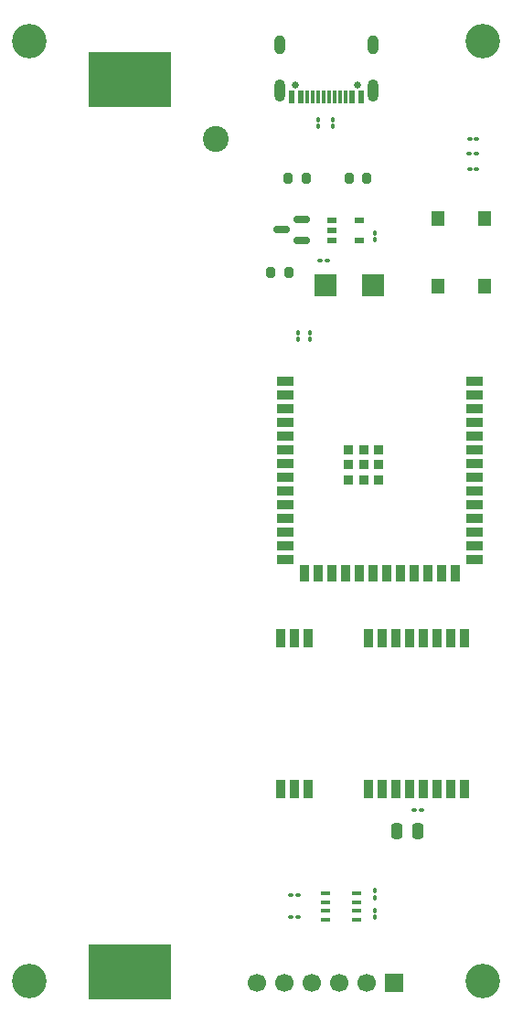
<source format=gbr>
%TF.GenerationSoftware,KiCad,Pcbnew,9.0.0*%
%TF.CreationDate,2025-03-30T15:54:25+03:00*%
%TF.ProjectId,pcb_licenta,7063625f-6c69-4636-956e-74612e6b6963,rev?*%
%TF.SameCoordinates,Original*%
%TF.FileFunction,Soldermask,Top*%
%TF.FilePolarity,Negative*%
%FSLAX46Y46*%
G04 Gerber Fmt 4.6, Leading zero omitted, Abs format (unit mm)*
G04 Created by KiCad (PCBNEW 9.0.0) date 2025-03-30 15:54:25*
%MOMM*%
%LPD*%
G01*
G04 APERTURE LIST*
G04 Aperture macros list*
%AMRoundRect*
0 Rectangle with rounded corners*
0 $1 Rounding radius*
0 $2 $3 $4 $5 $6 $7 $8 $9 X,Y pos of 4 corners*
0 Add a 4 corners polygon primitive as box body*
4,1,4,$2,$3,$4,$5,$6,$7,$8,$9,$2,$3,0*
0 Add four circle primitives for the rounded corners*
1,1,$1+$1,$2,$3*
1,1,$1+$1,$4,$5*
1,1,$1+$1,$6,$7*
1,1,$1+$1,$8,$9*
0 Add four rect primitives between the rounded corners*
20,1,$1+$1,$2,$3,$4,$5,0*
20,1,$1+$1,$4,$5,$6,$7,0*
20,1,$1+$1,$6,$7,$8,$9,0*
20,1,$1+$1,$8,$9,$2,$3,0*%
G04 Aperture macros list end*
%ADD10O,1.000000X1.800000*%
%ADD11O,1.000000X2.100000*%
%ADD12R,0.600000X1.240000*%
%ADD13R,0.300000X1.240000*%
%ADD14C,0.650000*%
%ADD15C,2.400000*%
%ADD16R,7.620000X5.080000*%
%ADD17RoundRect,0.100000X0.130000X0.100000X-0.130000X0.100000X-0.130000X-0.100000X0.130000X-0.100000X0*%
%ADD18RoundRect,0.100000X-0.130000X-0.100000X0.130000X-0.100000X0.130000X0.100000X-0.130000X0.100000X0*%
%ADD19RoundRect,0.100000X0.100000X-0.130000X0.100000X0.130000X-0.100000X0.130000X-0.100000X-0.130000X0*%
%ADD20C,3.200000*%
%ADD21RoundRect,0.100000X-0.100000X0.130000X-0.100000X-0.130000X0.100000X-0.130000X0.100000X0.130000X0*%
%ADD22R,1.230000X1.360000*%
%ADD23R,0.900000X0.900000*%
%ADD24R,1.500000X0.900000*%
%ADD25R,0.900000X1.500000*%
%ADD26RoundRect,0.200000X-0.200000X-0.275000X0.200000X-0.275000X0.200000X0.275000X-0.200000X0.275000X0*%
%ADD27R,0.900000X0.500000*%
%ADD28R,2.000000X2.000000*%
%ADD29RoundRect,0.150000X0.587500X0.150000X-0.587500X0.150000X-0.587500X-0.150000X0.587500X-0.150000X0*%
%ADD30R,0.890000X0.450000*%
%ADD31R,1.700000X1.700000*%
%ADD32C,1.700000*%
%ADD33R,0.900000X1.800000*%
%ADD34RoundRect,0.250000X0.250000X0.475000X-0.250000X0.475000X-0.250000X-0.475000X0.250000X-0.475000X0*%
G04 APERTURE END LIST*
D10*
%TO.C,J1*%
X103170000Y-42360000D03*
D11*
X103170000Y-46560000D03*
D10*
X111810000Y-42360000D03*
D11*
X111810000Y-46560000D03*
D12*
X110690000Y-47160000D03*
X109890000Y-47160000D03*
D13*
X109240000Y-47160000D03*
X108240000Y-47160000D03*
X106740000Y-47160000D03*
X105740000Y-47160000D03*
D12*
X105090000Y-47160000D03*
X104290000Y-47160000D03*
X104290000Y-47160000D03*
X105090000Y-47160000D03*
D13*
X106240000Y-47160000D03*
X107240000Y-47160000D03*
X107740000Y-47160000D03*
X108740000Y-47160000D03*
D12*
X109890000Y-47160000D03*
X110690000Y-47160000D03*
D14*
X104600000Y-46040000D03*
X110380000Y-46040000D03*
%TD*%
D15*
%TO.C,BT1*%
X97270000Y-51050000D03*
D16*
X89270000Y-128200000D03*
X89270000Y-45580000D03*
%TD*%
D17*
%TO.C,C1*%
X115635000Y-113170000D03*
X116275000Y-113170000D03*
%TD*%
%TO.C,C3*%
X104200000Y-121090000D03*
X104840000Y-121090000D03*
%TD*%
D18*
%TO.C,C4*%
X104840000Y-123090000D03*
X104200000Y-123090000D03*
%TD*%
D17*
%TO.C,C5*%
X106900000Y-62305000D03*
X107540000Y-62305000D03*
%TD*%
D19*
%TO.C,C6*%
X111950000Y-59725000D03*
X111950000Y-60365000D03*
%TD*%
%TO.C,C7*%
X105930000Y-68970000D03*
X105930000Y-69610000D03*
%TD*%
%TO.C,C8*%
X104860000Y-68970000D03*
X104860000Y-69610000D03*
%TD*%
D18*
%TO.C,C9*%
X120745000Y-52430000D03*
X121385000Y-52430000D03*
%TD*%
%TO.C,C10*%
X120765000Y-53810000D03*
X121405000Y-53810000D03*
%TD*%
D20*
%TO.C,H2*%
X80000000Y-42000000D03*
%TD*%
%TO.C,H3*%
X122000000Y-42000000D03*
%TD*%
%TO.C,H4*%
X122000000Y-129000000D03*
%TD*%
%TO.C,H5*%
X80000000Y-129000000D03*
%TD*%
D19*
%TO.C,R1*%
X111960000Y-120665000D03*
X111960000Y-121305000D03*
%TD*%
D21*
%TO.C,R2*%
X111980000Y-123120000D03*
X111980000Y-122480000D03*
%TD*%
D17*
%TO.C,R6*%
X120760000Y-51080000D03*
X121400000Y-51080000D03*
%TD*%
D21*
%TO.C,R7*%
X108060000Y-49235000D03*
X108060000Y-49875000D03*
%TD*%
%TO.C,R8*%
X106710000Y-49245000D03*
X106710000Y-49885000D03*
%TD*%
D22*
%TO.C,ENBLE*%
X117820000Y-58390000D03*
X122180000Y-58390000D03*
%TD*%
%TO.C,BOOT*%
X117820000Y-64690000D03*
X122180000Y-64690000D03*
%TD*%
D23*
%TO.C,U1*%
X112360000Y-82590000D03*
X112360000Y-81190000D03*
X112360000Y-79790000D03*
X110960000Y-82590000D03*
X110960000Y-81190000D03*
X110960000Y-79790000D03*
X109560000Y-82590000D03*
X109560000Y-81190000D03*
X109560000Y-79790000D03*
D24*
X121210000Y-73470000D03*
X121210000Y-74740000D03*
X121210000Y-76010000D03*
X121210000Y-77280000D03*
X121210000Y-78550000D03*
X121210000Y-79820000D03*
X121210000Y-81090000D03*
X121210000Y-82360000D03*
X121210000Y-83630000D03*
X121210000Y-84900000D03*
X121210000Y-86170000D03*
X121210000Y-87440000D03*
X121210000Y-88710000D03*
X121210000Y-89980000D03*
D25*
X119450000Y-91220000D03*
X118180000Y-91250000D03*
X116910000Y-91250000D03*
X115630000Y-91250000D03*
X114360000Y-91250000D03*
X113090000Y-91250000D03*
X111830000Y-91250000D03*
X110550000Y-91250000D03*
X109280000Y-91250000D03*
X108010000Y-91250000D03*
X106740000Y-91250000D03*
X105470000Y-91250000D03*
D24*
X103710000Y-89980000D03*
X103710000Y-88710000D03*
X103710000Y-87440000D03*
X103710000Y-86170000D03*
X103710000Y-84900000D03*
X103710000Y-83630000D03*
X103710000Y-82360000D03*
X103710000Y-81090000D03*
X103710000Y-79820000D03*
X103710000Y-78550000D03*
X103710000Y-77280000D03*
X103710000Y-76010000D03*
X103710000Y-74740000D03*
X103710000Y-73470000D03*
%TD*%
D26*
%TO.C,R4*%
X111225000Y-54680000D03*
X109575000Y-54680000D03*
%TD*%
%TO.C,R5*%
X102350000Y-63370000D03*
X104000000Y-63370000D03*
%TD*%
D27*
%TO.C,Q1*%
X107980000Y-58580000D03*
X107980000Y-59530000D03*
X107980000Y-60480000D03*
X110580000Y-60480000D03*
X110580000Y-58580000D03*
%TD*%
D28*
%TO.C,D1*%
X111840000Y-64575000D03*
X107440000Y-64575000D03*
%TD*%
D29*
%TO.C,Q2*%
X105180000Y-60400000D03*
X105180000Y-58500000D03*
X103305000Y-59450000D03*
%TD*%
D30*
%TO.C,U3*%
X110290000Y-120910000D03*
X110290000Y-121710000D03*
X110290000Y-122510000D03*
X110290000Y-123310000D03*
X107450000Y-123310000D03*
X107450000Y-122510000D03*
X107450000Y-121710000D03*
X107450000Y-120910000D03*
%TD*%
D31*
%TO.C,H1*%
X113790000Y-129160000D03*
D32*
X111250000Y-129160000D03*
X108710000Y-129160000D03*
X106170000Y-129160000D03*
X103630000Y-129160000D03*
X101090000Y-129160000D03*
%TD*%
D26*
%TO.C,R3*%
X103950000Y-54680000D03*
X105600000Y-54680000D03*
%TD*%
D33*
%TO.C,U2*%
X103240000Y-111250000D03*
X104510000Y-111250000D03*
X105780000Y-111250000D03*
X111350000Y-111250000D03*
X112620000Y-111250000D03*
X113890000Y-111250000D03*
X115160000Y-111250000D03*
X116430000Y-111250000D03*
X117700000Y-111250000D03*
X118970000Y-111250000D03*
X120240000Y-111250000D03*
X120240000Y-97250000D03*
X118970000Y-97250000D03*
X117700000Y-97250000D03*
X116430000Y-97250000D03*
X115160000Y-97250000D03*
X113890000Y-97250000D03*
X112620000Y-97250000D03*
X111350000Y-97250000D03*
X105780000Y-97250000D03*
X104510000Y-97250000D03*
X103240000Y-97250000D03*
%TD*%
D34*
%TO.C,C2*%
X115930000Y-115100000D03*
X114030000Y-115100000D03*
%TD*%
M02*

</source>
